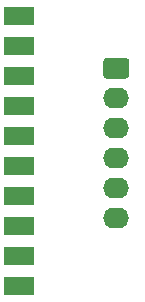
<source format=gbr>
%TF.GenerationSoftware,KiCad,Pcbnew,5.1.8-db9833491~87~ubuntu18.04.1*%
%TF.CreationDate,2020-11-28T12:04:11+00:00*%
%TF.ProjectId,JLink_6Pin_SWD_Adaptor,4a4c696e-6b5f-4365-9069-6e5f5357445f,rev?*%
%TF.SameCoordinates,Original*%
%TF.FileFunction,Soldermask,Bot*%
%TF.FilePolarity,Negative*%
%FSLAX46Y46*%
G04 Gerber Fmt 4.6, Leading zero omitted, Abs format (unit mm)*
G04 Created by KiCad (PCBNEW 5.1.8-db9833491~87~ubuntu18.04.1) date 2020-11-28 12:04:11*
%MOMM*%
%LPD*%
G01*
G04 APERTURE LIST*
%ADD10R,2.600000X1.524000*%
%ADD11O,2.190000X1.740000*%
G04 APERTURE END LIST*
D10*
%TO.C,J1*%
X140970000Y-68580000D03*
X140970000Y-71120000D03*
X140970000Y-73660000D03*
X140970000Y-76200000D03*
X140970000Y-78740000D03*
X140970000Y-81280000D03*
X140970000Y-83820000D03*
X140970000Y-86360000D03*
X140970000Y-88900000D03*
X140970000Y-91440000D03*
%TD*%
D11*
%TO.C,J2*%
X149225000Y-85725000D03*
X149225000Y-83185000D03*
X149225000Y-80645000D03*
X149225000Y-78105000D03*
X149225000Y-75565000D03*
G36*
G01*
X148379999Y-72155000D02*
X150070001Y-72155000D01*
G75*
G02*
X150320000Y-72404999I0J-249999D01*
G01*
X150320000Y-73645001D01*
G75*
G02*
X150070001Y-73895000I-249999J0D01*
G01*
X148379999Y-73895000D01*
G75*
G02*
X148130000Y-73645001I0J249999D01*
G01*
X148130000Y-72404999D01*
G75*
G02*
X148379999Y-72155000I249999J0D01*
G01*
G37*
%TD*%
M02*

</source>
